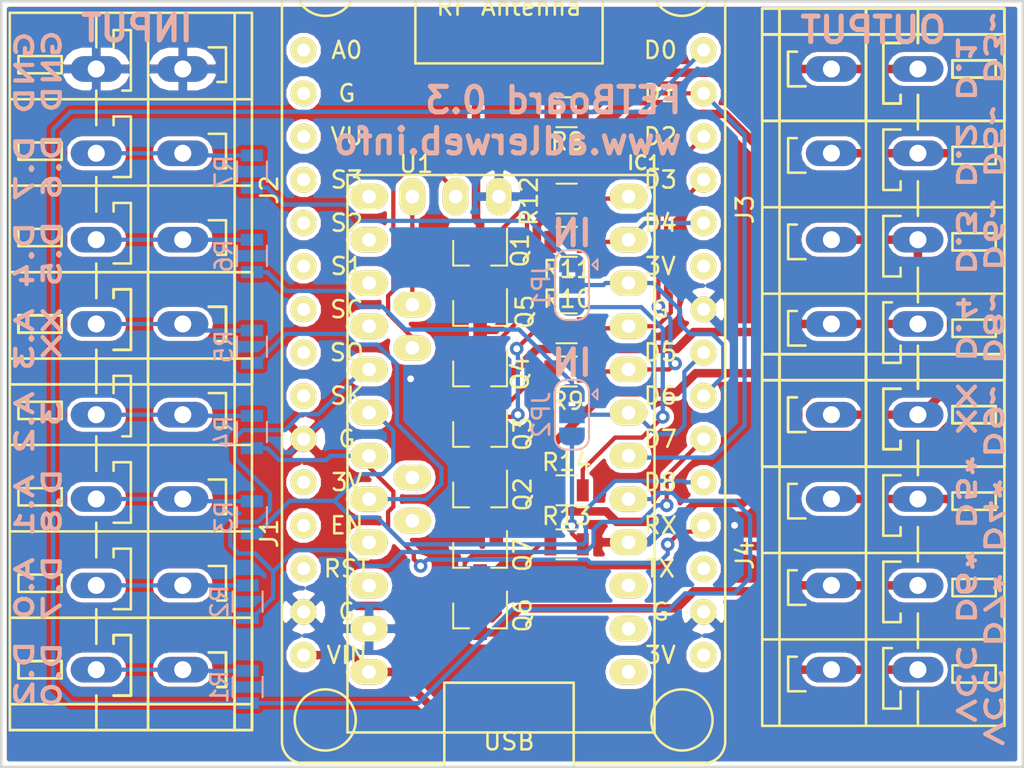
<source format=kicad_pcb>
(kicad_pcb (version 20171130) (host pcbnew 5.0.1)
  (layers (0 F.Cu signal hide) (31 B.Cu signal hide) (34 B.Paste user) (35 F.Paste user) (36 B.SilkS user) (37 F.SilkS user) (38 B.Mask user) (39 F.Mask user) (44 Edge.Cuts user))
  (net 0 "")
  (net 1 "Net-(J1-Pad4)")
  (net 2 "Net-(J1-Pad3)")
  (net 3 "Net-(J1-Pad1)")
  (net 4 "Net-(J1-Pad2)")
  (net 5 "Net-(J2-Pad2)")
  (net 6 "Net-(J2-Pad1)")
  (net 7 "Net-(J2-Pad3)")
  (net 8 GND)
  (net 9 "Net-(J3-Pad4)")
  (net 10 "Net-(J3-Pad3)")
  (net 11 VCC)
  (net 12 "Net-(J3-Pad2)")
  (net 13 "Net-(J4-Pad2)")
  (net 14 "Net-(J4-Pad1)")
  (net 15 "Net-(J4-Pad3)")
  (net 16 /In6)
  (net 17 /Out6)
  (net 18 /IO1)
  (net 19 /IO0)
  (net 20 /Out5)
  (net 21 /In5)
  (net 22 "Net-(Q1-Pad1)")
  (net 23 "Net-(Q2-Pad1)")
  (net 24 "Net-(Q3-Pad1)")
  (net 25 "Net-(Q4-Pad1)")
  (net 26 "Net-(Q5-Pad1)")
  (net 27 "Net-(Q6-Pad1)")
  (net 28 "Net-(Q7-Pad1)")
  (net 29 /In0)
  (net 30 /In1)
  (net 31 /In2)
  (net 32 /In3)
  (net 33 /In4)
  (net 34 /Out0)
  (net 35 /Out1)
  (net 36 /Out2)
  (net 37 /Out3)
  (net 38 /Out4)
  (net 39 "Net-(U1-Pad1)")
  (net 40 "Net-(U1-Pad2)")
  (net 41 "Net-(U1-Pad3)")
  (net 42 "Net-(U1-Pad4)")
  (net 43 "Net-(U1-Pad5)")
  (net 44 "Net-(U1-Pad6)")
  (net 45 "Net-(U1-Pad7)")
  (net 46 "Net-(U1-Pad8)")
  (net 47 "Net-(U1-Pad9)")
  (net 48 "Net-(U1-Pad11)")
  (net 49 "Net-(U1-Pad12)")
  (net 50 "Net-(U1-Pad13)")
  (net 51 "Net-(U1-Pad16)")
  (net 52 "Net-(U1-Pad18)")
  (net 53 "Net-(U1-Pad25)")
  (net 54 "Net-(IC1-Pad28)")
  (net 55 "Net-(IC1-Pad27)")
  (net 56 "Net-(IC1-Pad1)")
  (net 57 "Net-(IC1-Pad2)")
  (net 58 "Net-(IC1-Pad3)")
  (net 59 "Net-(IC1-Pad13)")
  (net 60 "Net-(IC1-Pad14)")
  (net 61 "Net-(IC1-Pad15)")
  (net 62 "Net-(IC1-Pad16)")
  (net 63 "Net-(IC1-Pad21)")
  (net 64 "Net-(IC1-Pad22)")
  (net 65 "Net-(IC1-Pad25)")
  (net 66 "Net-(IC1-Pad26)")
  (net 67 "Net-(J3-Pad1)")
  (module ESP8266:ESP12F-Devkit-V3 (layer F.Cu) (at 92.821998 111.921)
    (fp_text reference U1 (at -5.445998 -12.353) (layer F.SilkS))
    (fp_text value "NodeMCU1.0(ESP-12E)")
    (fp_text user USB (at 0 21.59) (layer F.SilkS))
    (fp_text user "RF Antenna" (at 0 -21.59) (layer F.SilkS))
    (fp_text user VIN (at -9.525 16.51) (layer F.SilkS))
    (fp_text user G (at -9.525 13.97) (layer F.SilkS))
    (fp_text user RST (at -9.525 11.43) (layer F.SilkS))
    (fp_text user EN (at -9.525 8.89) (layer F.SilkS))
    (fp_text user 3V (at -9.525 6.35) (layer F.SilkS))
    (fp_text user G (at -9.525 3.81) (layer F.SilkS))
    (fp_text user SK (at -9.525 1.27) (layer F.SilkS))
    (fp_text user SO (at -9.525 -1.27) (layer F.SilkS))
    (fp_text user SC (at -9.525 -3.81) (layer F.SilkS))
    (fp_text user S1 (at -9.525 -6.35) (layer F.SilkS))
    (fp_text user S2 (at -9.525 -8.89) (layer F.SilkS))
    (fp_text user S3 (at -9.525 -11.43) (layer F.SilkS))
    (fp_text user VU (at -9.525 -13.97) (layer F.SilkS))
    (fp_text user G (at -9.525 -16.51) (layer F.SilkS))
    (fp_text user A0 (at -9.525 -19.05) (layer F.SilkS))
    (fp_text user 3V (at 8.89 16.51) (layer F.SilkS))
    (fp_text user G (at 8.89 13.97) (layer F.SilkS))
    (fp_text user TX (at 8.89 11.43) (layer F.SilkS))
    (fp_text user RX (at 8.89 8.89) (layer F.SilkS))
    (fp_text user D8 (at 8.89 6.35) (layer F.SilkS))
    (fp_text user D7 (at 8.89 3.81) (layer F.SilkS))
    (fp_text user D6 (at 8.89 1.27) (layer F.SilkS))
    (fp_text user D5 (at 8.89 -1.27) (layer F.SilkS))
    (fp_text user G (at 8.89 -3.81) (layer F.SilkS))
    (fp_text user 3V (at 8.89 -6.35) (layer F.SilkS))
    (fp_text user D4 (at 8.89 -8.89) (layer F.SilkS))
    (fp_text user D3 (at 8.89 -11.43) (layer F.SilkS))
    (fp_text user D2 (at 8.89 -13.97) (layer F.SilkS))
    (fp_text user D1 (at 8.89 -16.51) (layer F.SilkS))
    (fp_text user D0 (at 8.89 -19.05) (layer F.SilkS))
    (pad 1 thru_hole circle (at -12.065 -19.05) (size 1.524 1.524) (drill 0.762) (layers *.Cu *.Mask F.SilkS) (net 39 "Net-(U1-Pad1)"))
    (pad 2 thru_hole circle (at -12.065 -16.51) (size 1.524 1.524) (drill 0.762) (layers *.Cu *.Mask F.SilkS) (net 40 "Net-(U1-Pad2)"))
    (pad 3 thru_hole circle (at -12.065 -13.97) (size 1.524 1.524) (drill 0.762) (layers *.Cu *.Mask F.SilkS) (net 41 "Net-(U1-Pad3)"))
    (pad 4 thru_hole circle (at -12.065 -11.43) (size 1.524 1.524) (drill 0.762) (layers *.Cu *.Mask F.SilkS) (net 42 "Net-(U1-Pad4)"))
    (pad 5 thru_hole circle (at -12.065 -8.89) (size 1.524 1.524) (drill 0.762) (layers *.Cu *.Mask F.SilkS) (net 43 "Net-(U1-Pad5)"))
    (pad 6 thru_hole circle (at -12.065 -6.35) (size 1.524 1.524) (drill 0.762) (layers *.Cu *.Mask F.SilkS) (net 44 "Net-(U1-Pad6)"))
    (pad 7 thru_hole circle (at -12.065 -3.81) (size 1.524 1.524) (drill 0.762) (layers *.Cu *.Mask F.SilkS) (net 45 "Net-(U1-Pad7)"))
    (pad 8 thru_hole circle (at -12.065 -1.27) (size 1.524 1.524) (drill 0.762) (layers *.Cu *.Mask F.SilkS) (net 46 "Net-(U1-Pad8)"))
    (pad 9 thru_hole circle (at -12.065 1.27) (size 1.524 1.524) (drill 0.762) (layers *.Cu *.Mask F.SilkS) (net 47 "Net-(U1-Pad9)"))
    (pad 10 thru_hole circle (at -12.065 3.81) (size 1.524 1.524) (drill 0.762) (layers *.Cu *.Mask F.SilkS) (net 8 GND))
    (pad 11 thru_hole circle (at -12.065 6.35) (size 1.524 1.524) (drill 0.762) (layers *.Cu *.Mask F.SilkS) (net 48 "Net-(U1-Pad11)"))
    (pad 12 thru_hole circle (at -12.065 8.89) (size 1.524 1.524) (drill 0.762) (layers *.Cu *.Mask F.SilkS) (net 49 "Net-(U1-Pad12)"))
    (pad 13 thru_hole circle (at -12.065 11.43) (size 1.524 1.524) (drill 0.762) (layers *.Cu *.Mask F.SilkS) (net 50 "Net-(U1-Pad13)"))
    (pad 14 thru_hole circle (at -12.065 13.97) (size 1.524 1.524) (drill 0.762) (layers *.Cu *.Mask F.SilkS) (net 8 GND))
    (pad 15 thru_hole circle (at -12.065 16.51) (size 1.524 1.524) (drill 0.762) (layers *.Cu *.Mask F.SilkS) (net 11 VCC))
    (pad 16 thru_hole circle (at 11.43 16.51) (size 1.524 1.524) (drill 0.762) (layers *.Cu *.Mask F.SilkS) (net 51 "Net-(U1-Pad16)"))
    (pad 17 thru_hole circle (at 11.43 13.97) (size 1.524 1.524) (drill 0.762) (layers *.Cu *.Mask F.SilkS) (net 8 GND))
    (pad 18 thru_hole circle (at 11.43 11.43) (size 1.524 1.524) (drill 0.762) (layers *.Cu *.Mask F.SilkS) (net 52 "Net-(U1-Pad18)"))
    (pad 19 thru_hole circle (at 11.43 8.89) (size 1.524 1.524) (drill 0.762) (layers *.Cu *.Mask F.SilkS) (net 32 /In3))
    (pad 20 thru_hole circle (at 11.43 6.35) (size 1.524 1.524) (drill 0.762) (layers *.Cu *.Mask F.SilkS) (net 31 /In2))
    (pad 21 thru_hole circle (at 11.43 3.81) (size 1.524 1.524) (drill 0.762) (layers *.Cu *.Mask F.SilkS) (net 30 /In1))
    (pad 22 thru_hole circle (at 11.43 1.27) (size 1.524 1.524) (drill 0.762) (layers *.Cu *.Mask F.SilkS) (net 18 /IO1))
    (pad 23 thru_hole circle (at 11.43 -1.27) (size 1.524 1.524) (drill 0.762) (layers *.Cu *.Mask F.SilkS) (net 19 /IO0))
    (pad 24 thru_hole circle (at 11.43 -3.81) (size 1.524 1.524) (drill 0.762) (layers *.Cu *.Mask F.SilkS) (net 8 GND))
    (pad 25 thru_hole circle (at 11.43 -6.35) (size 1.524 1.524) (drill 0.762) (layers *.Cu *.Mask F.SilkS) (net 53 "Net-(U1-Pad25)"))
    (pad 26 thru_hole circle (at 11.43 -8.89) (size 1.524 1.524) (drill 0.762) (layers *.Cu *.Mask F.SilkS) (net 37 /Out3))
    (pad 27 thru_hole circle (at 11.43 -11.43) (size 1.524 1.524) (drill 0.762) (layers *.Cu *.Mask F.SilkS) (net 36 /Out2))
    (pad 28 thru_hole circle (at 11.43 -13.97) (size 1.524 1.524) (drill 0.762) (layers *.Cu *.Mask F.SilkS) (net 35 /Out1))
    (pad 29 thru_hole circle (at 11.43 -16.51) (size 1.524 1.524) (drill 0.762) (layers *.Cu *.Mask F.SilkS) (net 34 /Out0))
    (pad 30 thru_hole circle (at 11.43 -19.05) (size 1.524 1.524) (drill 0.762) (layers *.Cu *.Mask F.SilkS) (net 29 /In0))
  )
  (module TerminalBlocks_WAGO:TerminalBlock_WAGO-236_2Stift_RM5mm_4pol (layer F.Cu) (at 71.12 101.346 90)
    (fp_text reference J2 (at 0.254 7.62 90) (layer F.SilkS))
    (fp_text value IN2)
    (pad 4 thru_hole oval (at 7.366 -2.54 180) (size 2.99974 1.50114) (drill 1.00076) (layers *.Cu *.Mask) (net 8 GND))
    (pad 4 thru_hole oval (at 7.366 2.54 180) (size 2.99974 1.50114) (drill 1.00076) (layers *.Cu *.Mask) (net 8 GND))
    (pad 3 thru_hole oval (at 2.413 -2.54 180) (size 2.99974 1.50114) (drill 1.00076) (layers *.Cu *.Mask) (net 7 "Net-(J2-Pad3)"))
    (pad 3 thru_hole oval (at 2.413 2.54 180) (size 2.99974 1.50114) (drill 1.00076) (layers *.Cu *.Mask) (net 7 "Net-(J2-Pad3)"))
    (pad 2 thru_hole oval (at -2.667 -2.54 180) (size 2.99974 1.50114) (drill 1.00076) (layers *.Cu *.Mask) (net 5 "Net-(J2-Pad2)"))
    (pad 2 thru_hole oval (at -2.667 2.54 180) (size 2.99974 1.50114) (drill 1.00076) (layers *.Cu *.Mask) (net 5 "Net-(J2-Pad2)"))
    (pad 1 thru_hole oval (at -7.62 -2.54 180) (size 2.99974 1.50114) (drill 1.00076) (layers *.Cu *.Mask) (net 6 "Net-(J2-Pad1)"))
    (pad 1 thru_hole oval (at -7.62 2.54 180) (size 2.99974 1.50114) (drill 1.00076) (layers *.Cu *.Mask) (net 6 "Net-(J2-Pad1)"))
  )
  (module TO_SOT_Packages_SMD:SOT-23 (layer F.Cu) (at 91.125 122.539 270)
    (fp_text reference Q7 (at 0 -2.5 270) (layer F.SilkS))
    (fp_text value SI2302)
    (pad 3 smd rect (at 1 0 270) (size 0.9 0.8) (layers F.Cu F.Paste F.Mask) (net 15 "Net-(J4-Pad3)"))
    (pad 2 smd rect (at -1 0.95 270) (size 0.9 0.8) (layers F.Cu F.Paste F.Mask) (net 8 GND))
    (pad 1 smd rect (at -1 -0.95 270) (size 0.9 0.8) (layers F.Cu F.Paste F.Mask) (net 28 "Net-(Q7-Pad1)"))
  )
  (module Arduino:pro_mini (layer F.Cu) (at 92.225 115.45 90)
    (fp_text reference IC1 (at 15.95 8.525 180) (layer F.SilkS) (effects (font (size 0.8 0.8) (thickness 0.16))))
    (fp_text value ArduinoProMini hide)
    (pad 28 thru_hole oval (at 5.08 -5.08 90) (size 1.50114 2.19964) (drill 0.8001) (layers *.Cu *.Mask F.SilkS) (net 54 "Net-(IC1-Pad28)"))
    (pad 27 thru_hole oval (at 7.62 -5.08 90) (size 1.50114 2.19964) (drill 0.8001) (layers *.Cu *.Mask F.SilkS) (net 55 "Net-(IC1-Pad27)"))
    (pad 1 thru_hole oval (at -13.97 7.62 90) (size 1.50114 2.19964) (drill 0.8001) (layers *.Cu *.Mask F.SilkS) (net 56 "Net-(IC1-Pad1)"))
    (pad 2 thru_hole oval (at -11.43 7.62 90) (size 1.50114 2.19964) (drill 0.8001) (layers *.Cu *.Mask F.SilkS) (net 57 "Net-(IC1-Pad2)"))
    (pad 3 thru_hole oval (at -8.89 7.62 90) (size 1.50114 2.19964) (drill 0.8001) (layers *.Cu *.Mask F.SilkS) (net 58 "Net-(IC1-Pad3)"))
    (pad 4 thru_hole oval (at -6.35 7.62 90) (size 1.50114 2.19964) (drill 0.8001) (layers *.Cu *.Mask F.SilkS) (net 8 GND))
    (pad 5 thru_hole oval (at -3.81 7.62 90) (size 1.50114 2.19964) (drill 0.8001) (layers *.Cu *.Mask F.SilkS) (net 29 /In0))
    (pad 6 thru_hole oval (at -1.27 7.62 90) (size 1.50114 2.19964) (drill 0.8001) (layers *.Cu *.Mask F.SilkS) (net 34 /Out0))
    (pad 7 thru_hole oval (at 1.27 7.62 90) (size 1.50114 2.19964) (drill 0.8001) (layers *.Cu *.Mask F.SilkS) (net 19 /IO0))
    (pad 8 thru_hole oval (at 3.81 7.62 90) (size 1.50114 2.19964) (drill 0.8001) (layers *.Cu *.Mask F.SilkS) (net 35 /Out1))
    (pad 9 thru_hole oval (at 6.35 7.62 90) (size 1.50114 2.19964) (drill 0.8001) (layers *.Cu *.Mask F.SilkS) (net 36 /Out2))
    (pad 10 thru_hole oval (at 8.89 7.62 90) (size 1.50114 2.19964) (drill 0.8001) (layers *.Cu *.Mask F.SilkS) (net 18 /IO1))
    (pad 11 thru_hole oval (at 11.43 7.62 90) (size 1.50114 2.19964) (drill 0.8001) (layers *.Cu *.Mask F.SilkS) (net 37 /Out3))
    (pad 12 thru_hole oval (at 13.97 7.62 90) (size 1.50114 2.19964) (drill 0.8001) (layers *.Cu *.Mask F.SilkS) (net 38 /Out4))
    (pad 13 thru_hole oval (at 13.97 -7.62 90) (size 1.50114 2.19964) (drill 0.8001) (layers *.Cu *.Mask F.SilkS) (net 59 "Net-(IC1-Pad13)"))
    (pad 14 thru_hole oval (at 11.43 -7.62 90) (size 1.50114 2.19964) (drill 0.8001) (layers *.Cu *.Mask F.SilkS) (net 60 "Net-(IC1-Pad14)"))
    (pad 15 thru_hole oval (at 8.89 -7.62 90) (size 1.50114 2.19964) (drill 0.8001) (layers *.Cu *.Mask F.SilkS) (net 61 "Net-(IC1-Pad15)"))
    (pad 16 thru_hole oval (at 6.35 -7.62 90) (size 1.50114 2.19964) (drill 0.8001) (layers *.Cu *.Mask F.SilkS) (net 62 "Net-(IC1-Pad16)"))
    (pad 17 thru_hole oval (at 3.81 -7.62 90) (size 1.50114 2.19964) (drill 0.8001) (layers *.Cu *.Mask F.SilkS) (net 30 /In1))
    (pad 18 thru_hole oval (at 1.27 -7.62 90) (size 1.50114 2.19964) (drill 0.8001) (layers *.Cu *.Mask F.SilkS) (net 31 /In2))
    (pad 19 thru_hole oval (at -1.27 -7.62 90) (size 1.50114 2.19964) (drill 0.8001) (layers *.Cu *.Mask F.SilkS) (net 32 /In3))
    (pad 20 thru_hole oval (at -3.81 -7.62 90) (size 1.50114 2.19964) (drill 0.8001) (layers *.Cu *.Mask F.SilkS) (net 33 /In4))
    (pad 21 thru_hole oval (at -6.35 -7.62 90) (size 1.50114 2.19964) (drill 0.8001) (layers *.Cu *.Mask F.SilkS) (net 63 "Net-(IC1-Pad21)"))
    (pad 22 thru_hole oval (at -8.89 -7.62 90) (size 1.50114 2.19964) (drill 0.8001) (layers *.Cu *.Mask F.SilkS) (net 64 "Net-(IC1-Pad22)"))
    (pad 23 thru_hole oval (at -11.43 -7.62 90) (size 1.50114 2.19964) (drill 0.8001) (layers *.Cu *.Mask F.SilkS) (net 8 GND))
    (pad 24 thru_hole oval (at -13.97 -7.62 90) (size 1.50114 2.19964) (drill 0.8001) (layers *.Cu *.Mask F.SilkS) (net 11 VCC))
    (pad 25 thru_hole oval (at -2.54 -5.08 90) (size 1.50114 2.19964) (drill 0.8001) (layers *.Cu *.Mask F.SilkS) (net 65 "Net-(IC1-Pad25)"))
    (pad 26 thru_hole oval (at -5.08 -5.08 90) (size 1.50114 2.19964) (drill 0.8001) (layers *.Cu *.Mask F.SilkS) (net 66 "Net-(IC1-Pad26)"))
    (pad 27 thru_hole oval (at 13.97 -5.08 90) (size 2.19964 1.50114) (drill 0.8001) (layers *.Cu *.Mask F.SilkS) (net 55 "Net-(IC1-Pad27)"))
    (pad 28 thru_hole oval (at 13.97 -2.54 90) (size 2.19964 1.50114) (drill 0.8001) (layers *.Cu *.Mask F.SilkS) (net 54 "Net-(IC1-Pad28)"))
    (pad 29 thru_hole oval (at 13.97 0 90) (size 2.19964 1.50114) (drill 0.8001) (layers *.Cu *.Mask F.SilkS) (net 8 GND))
  )
  (module SMDJumper:SolderJumper-3_P1.3mm_Bridged2Bar12_RoundedPad1.0x1.5mm (layer B.Cu) (at 96.52 106.68 270)
    (fp_text reference JP1 (at 0 1.8 270) (layer B.SilkS) (effects (justify mirror)))
    (fp_text value 3xJ)
    (pad 1 smd custom (at -1.3 0 270) (size 1 0.5) (layers B.Cu B.Mask) (net 16 /In6) (options (clearance outline) (anchor rect)) (primitives (gr_circle (center 0 -0.25) (end 0.5 -0.25) (width 0)) (gr_circle (center 0 0.25) (end 0.5 0.25) (width 0)) (gr_poly (pts (xy 0.55 0.75) (xy 0 0.75) (xy 0 -0.75) (xy 0.55 -0.75)) (width 0)) (gr_poly (pts (xy 0.4 0.6) (xy 0.9 0.6) (xy 0.9 0.2) (xy 0.4 0.2)) (width 0)) (gr_poly (pts (xy 0.4 -0.2) (xy 0.9 -0.2) (xy 0.9 -0.6) (xy 0.4 -0.6)) (width 0))))
    (pad 3 smd custom (at 1.3 0 270) (size 1 0.5) (layers B.Cu B.Mask) (net 17 /Out6) (options (clearance outline) (anchor rect)) (primitives (gr_circle (center 0 -0.25) (end 0.5 -0.25) (width 0)) (gr_circle (center 0 0.25) (end 0.5 0.25) (width 0)) (gr_poly (pts (xy -0.55 0.75) (xy 0 0.75) (xy 0 -0.75) (xy -0.55 -0.75)) (width 0))))
    (pad 2 smd rect (at 0 0 270) (size 1 1.5) (layers B.Cu B.Mask) (net 18 /IO1))
  )
  (module SMDJumper:SolderJumper-3_P1.3mm_Bridged2Bar12_RoundedPad1.0x1.5mm (layer B.Cu) (at 96.52 114.3 270)
    (fp_text reference JP2 (at 0 1.8 270) (layer B.SilkS) (effects (justify mirror)))
    (fp_text value 3xJ)
    (pad 2 smd rect (at 0 0 270) (size 1 1.5) (layers B.Cu B.Mask) (net 19 /IO0))
    (pad 3 smd custom (at 1.3 0 270) (size 1 0.5) (layers B.Cu B.Mask) (net 20 /Out5) (options (clearance outline) (anchor rect)) (primitives (gr_circle (center 0 -0.25) (end 0.5 -0.25) (width 0)) (gr_circle (center 0 0.25) (end 0.5 0.25) (width 0)) (gr_poly (pts (xy -0.55 0.75) (xy 0 0.75) (xy 0 -0.75) (xy -0.55 -0.75)) (width 0))))
    (pad 1 smd custom (at -1.3 0 270) (size 1 0.5) (layers B.Cu B.Mask) (net 21 /In5) (options (clearance outline) (anchor rect)) (primitives (gr_circle (center 0 -0.25) (end 0.5 -0.25) (width 0)) (gr_circle (center 0 0.25) (end 0.5 0.25) (width 0)) (gr_poly (pts (xy 0.55 0.75) (xy 0 0.75) (xy 0 -0.75) (xy 0.55 -0.75)) (width 0)) (gr_poly (pts (xy 0.4 0.6) (xy 0.9 0.6) (xy 0.9 0.2) (xy 0.4 0.2)) (width 0)) (gr_poly (pts (xy 0.4 -0.2) (xy 0.9 -0.2) (xy 0.9 -0.6) (xy 0.4 -0.6)) (width 0))))
  )
  (module TO_SOT_Packages_SMD:SOT-23 (layer F.Cu) (at 91.125 104.775 270)
    (fp_text reference Q1 (at -0.127 -2.347 270) (layer F.SilkS))
    (fp_text value SI2302)
    (pad 3 smd rect (at 1 0 270) (size 0.9 0.8) (layers F.Cu F.Paste F.Mask) (net 67 "Net-(J3-Pad1)"))
    (pad 2 smd rect (at -1 0.95 270) (size 0.9 0.8) (layers F.Cu F.Paste F.Mask) (net 8 GND))
    (pad 1 smd rect (at -1 -0.95 270) (size 0.9 0.8) (layers F.Cu F.Paste F.Mask) (net 22 "Net-(Q1-Pad1)"))
  )
  (module TO_SOT_Packages_SMD:SOT-23 (layer F.Cu) (at 91.125 118.983 270)
    (fp_text reference Q2 (at 0 -2.5 270) (layer F.SilkS))
    (fp_text value SI2302)
    (pad 1 smd rect (at -1 -0.95 270) (size 0.9 0.8) (layers F.Cu F.Paste F.Mask) (net 23 "Net-(Q2-Pad1)"))
    (pad 2 smd rect (at -1 0.95 270) (size 0.9 0.8) (layers F.Cu F.Paste F.Mask) (net 8 GND))
    (pad 3 smd rect (at 1 0 270) (size 0.9 0.8) (layers F.Cu F.Paste F.Mask) (net 12 "Net-(J3-Pad2)"))
  )
  (module TO_SOT_Packages_SMD:SOT-23 (layer F.Cu) (at 91.125 115.427 270)
    (fp_text reference Q3 (at 0 -2.5 270) (layer F.SilkS))
    (fp_text value SI2302)
    (pad 1 smd rect (at -1 -0.95 270) (size 0.9 0.8) (layers F.Cu F.Paste F.Mask) (net 24 "Net-(Q3-Pad1)"))
    (pad 2 smd rect (at -1 0.95 270) (size 0.9 0.8) (layers F.Cu F.Paste F.Mask) (net 8 GND))
    (pad 3 smd rect (at 1 0 270) (size 0.9 0.8) (layers F.Cu F.Paste F.Mask) (net 10 "Net-(J3-Pad3)"))
  )
  (module TO_SOT_Packages_SMD:SOT-23 (layer F.Cu) (at 91.125 111.871 270)
    (fp_text reference Q4 (at 0 -2.347 270) (layer F.SilkS))
    (fp_text value SI2302)
    (pad 3 smd rect (at 1 0 270) (size 0.9 0.8) (layers F.Cu F.Paste F.Mask) (net 9 "Net-(J3-Pad4)"))
    (pad 2 smd rect (at -1 0.95 270) (size 0.9 0.8) (layers F.Cu F.Paste F.Mask) (net 8 GND))
    (pad 1 smd rect (at -1 -0.95 270) (size 0.9 0.8) (layers F.Cu F.Paste F.Mask) (net 25 "Net-(Q4-Pad1)"))
  )
  (module TO_SOT_Packages_SMD:SOT-23 (layer F.Cu) (at 91.125 108.315 270)
    (fp_text reference Q5 (at -0.065 -2.625 270) (layer F.SilkS))
    (fp_text value SI2302)
    (pad 3 smd rect (at 1 0 270) (size 0.9 0.8) (layers F.Cu F.Paste F.Mask) (net 14 "Net-(J4-Pad1)"))
    (pad 2 smd rect (at -1 0.95 270) (size 0.9 0.8) (layers F.Cu F.Paste F.Mask) (net 8 GND))
    (pad 1 smd rect (at -1 -0.95 270) (size 0.9 0.8) (layers F.Cu F.Paste F.Mask) (net 26 "Net-(Q5-Pad1)"))
  )
  (module TO_SOT_Packages_SMD:SOT-23 (layer F.Cu) (at 91.125 126.095 270)
    (fp_text reference Q6 (at 0 -2.5 270) (layer F.SilkS))
    (fp_text value SI2302)
    (pad 1 smd rect (at -1 -0.95 270) (size 0.9 0.8) (layers F.Cu F.Paste F.Mask) (net 27 "Net-(Q6-Pad1)"))
    (pad 2 smd rect (at -1 0.95 270) (size 0.9 0.8) (layers F.Cu F.Paste F.Mask) (net 8 GND))
    (pad 3 smd rect (at 1 0 270) (size 0.9 0.8) (layers F.Cu F.Paste F.Mask) (net 13 "Net-(J4-Pad2)"))
  )
  (module Resistors_SMD:R_0805 (layer B.Cu) (at 77.47 130.302 270)
    (fp_text reference R1 (at 0 1.65 270) (layer B.SilkS) (effects (justify mirror)))
    (fp_text value 2.2kΩ)
    (pad 2 smd rect (at 0.95 0 270) (size 0.7 1.3) (layers B.Cu B.Paste B.Mask) (net 29 /In0))
    (pad 1 smd rect (at -0.95 0 270) (size 0.7 1.3) (layers B.Cu B.Paste B.Mask) (net 3 "Net-(J1-Pad1)"))
  )
  (module Resistors_SMD:R_0805 (layer B.Cu) (at 77.47 125.288 270)
    (fp_text reference R2 (at 0 1.65 270) (layer B.SilkS) (effects (justify mirror)))
    (fp_text value 2.2kΩ)
    (pad 2 smd rect (at 0.95 0 270) (size 0.7 1.3) (layers B.Cu B.Paste B.Mask) (net 30 /In1))
    (pad 1 smd rect (at -0.95 0 270) (size 0.7 1.3) (layers B.Cu B.Paste B.Mask) (net 4 "Net-(J1-Pad2)"))
  )
  (module Resistors_SMD:R_0805 (layer B.Cu) (at 77.724 120.33 270)
    (fp_text reference R3 (at 0 1.65 270) (layer B.SilkS) (effects (justify mirror)))
    (fp_text value 2.2kΩ)
    (pad 1 smd rect (at -0.95 0 270) (size 0.7 1.3) (layers B.Cu B.Paste B.Mask) (net 2 "Net-(J1-Pad3)"))
    (pad 2 smd rect (at 0.95 0 270) (size 0.7 1.3) (layers B.Cu B.Paste B.Mask) (net 31 /In2))
  )
  (module Resistors_SMD:R_0805 (layer B.Cu) (at 77.724 115.316 270)
    (fp_text reference R4 (at 0 1.65 270) (layer B.SilkS) (effects (justify mirror)))
    (fp_text value 2.2kΩ)
    (pad 2 smd rect (at 0.95 0 270) (size 0.7 1.3) (layers B.Cu B.Paste B.Mask) (net 32 /In3))
    (pad 1 smd rect (at -0.95 0 270) (size 0.7 1.3) (layers B.Cu B.Paste B.Mask) (net 1 "Net-(J1-Pad4)"))
  )
  (module Resistors_SMD:R_0805 (layer B.Cu) (at 77.724 110.302 270)
    (fp_text reference R5 (at 0 1.65 270) (layer B.SilkS) (effects (justify mirror)))
    (fp_text value 2.2kΩ)
    (pad 2 smd rect (at 0.95 0 270) (size 0.7 1.3) (layers B.Cu B.Paste B.Mask) (net 33 /In4))
    (pad 1 smd rect (at -0.95 0 270) (size 0.7 1.3) (layers B.Cu B.Paste B.Mask) (net 6 "Net-(J2-Pad1)"))
  )
  (module Resistors_SMD:R_0805 (layer B.Cu) (at 77.724 104.968 270)
    (fp_text reference R6 (at 0 1.65 270) (layer B.SilkS) (effects (justify mirror)))
    (fp_text value 2.2kΩ)
    (pad 2 smd rect (at 0.95 0 270) (size 0.7 1.3) (layers B.Cu B.Paste B.Mask) (net 21 /In5))
    (pad 1 smd rect (at -0.95 0 270) (size 0.7 1.3) (layers B.Cu B.Paste B.Mask) (net 5 "Net-(J2-Pad2)"))
  )
  (module Resistors_SMD:R_0805 (layer B.Cu) (at 77.724 100.01 270)
    (fp_text reference R7 (at 0 1.65 270) (layer B.SilkS) (effects (justify mirror)))
    (fp_text value 2.2kΩ)
    (pad 1 smd rect (at -0.95 0 270) (size 0.7 1.3) (layers B.Cu B.Paste B.Mask) (net 7 "Net-(J2-Pad3)"))
    (pad 2 smd rect (at 0.95 0 270) (size 0.7 1.3) (layers B.Cu B.Paste B.Mask) (net 16 /In6))
  )
  (module Resistors_SMD:R_0805 (layer F.Cu) (at 96.205 96.52)
    (fp_text reference R8 (at 0.045 1.73) (layer F.SilkS))
    (fp_text value 2.2kΩ)
    (pad 1 smd rect (at -0.95 0) (size 0.7 1.3) (layers F.Cu F.Paste F.Mask) (net 22 "Net-(Q1-Pad1)"))
    (pad 2 smd rect (at 0.95 0) (size 0.7 1.3) (layers F.Cu F.Paste F.Mask) (net 34 /Out0))
  )
  (module Resistors_SMD:R_0805 (layer F.Cu) (at 96.205 111.76)
    (fp_text reference R9 (at 0.045 1.74) (layer F.SilkS))
    (fp_text value 2.2kΩ)
    (pad 2 smd rect (at 0.95 0) (size 0.7 1.3) (layers F.Cu F.Paste F.Mask) (net 35 /Out1))
    (pad 1 smd rect (at -0.95 0) (size 0.7 1.3) (layers F.Cu F.Paste F.Mask) (net 23 "Net-(Q2-Pad1)"))
  )
  (module Resistors_SMD:R_0805 (layer F.Cu) (at 96.205 109.22)
    (fp_text reference R10 (at 0.045 -1.72 180) (layer F.SilkS))
    (fp_text value 2.2kΩ)
    (pad 2 smd rect (at 0.95 0) (size 0.7 1.3) (layers F.Cu F.Paste F.Mask) (net 36 /Out2))
    (pad 1 smd rect (at -0.95 0) (size 0.7 1.3) (layers F.Cu F.Paste F.Mask) (net 24 "Net-(Q3-Pad1)"))
  )
  (module Resistors_SMD:R_0805 (layer F.Cu) (at 96.205 104.14)
    (fp_text reference R11 (at 0.045 1.61 180) (layer F.SilkS))
    (fp_text value 2.2kΩ)
    (pad 2 smd rect (at 0.95 0) (size 0.7 1.3) (layers F.Cu F.Paste F.Mask) (net 37 /Out3))
    (pad 1 smd rect (at -0.95 0) (size 0.7 1.3) (layers F.Cu F.Paste F.Mask) (net 25 "Net-(Q4-Pad1)"))
  )
  (module Resistors_SMD:R_0805 (layer F.Cu) (at 96.205 101.6)
    (fp_text reference R12 (at -2.205 0.15 90) (layer F.SilkS))
    (fp_text value 2.2kΩ)
    (pad 2 smd rect (at 0.95 0) (size 0.7 1.3) (layers F.Cu F.Paste F.Mask) (net 38 /Out4))
    (pad 1 smd rect (at -0.95 0) (size 0.7 1.3) (layers F.Cu F.Paste F.Mask) (net 26 "Net-(Q5-Pad1)"))
  )
  (module Resistors_SMD:R_0805 (layer F.Cu) (at 96.205 121.92)
    (fp_text reference R13 (at 0 -1.65) (layer F.SilkS))
    (fp_text value 2.2kΩ)
    (pad 1 smd rect (at -0.95 0) (size 0.7 1.3) (layers F.Cu F.Paste F.Mask) (net 27 "Net-(Q6-Pad1)"))
    (pad 2 smd rect (at 0.95 0) (size 0.7 1.3) (layers F.Cu F.Paste F.Mask) (net 20 /Out5))
  )
  (module Resistors_SMD:R_0805 (layer F.Cu) (at 96.205 118.745)
    (fp_text reference R14 (at 0 -1.65) (layer F.SilkS))
    (fp_text value 2.2kΩ)
    (pad 2 smd rect (at 0.95 0) (size 0.7 1.3) (layers F.Cu F.Paste F.Mask) (net 17 /Out6))
    (pad 1 smd rect (at -0.95 0) (size 0.7 1.3) (layers F.Cu F.Paste F.Mask) (net 28 "Net-(Q7-Pad1)"))
  )
  (module TerminalBlocks_WAGO:TerminalBlock_WAGO-236_2Stift_RM5mm_4pol (layer F.Cu) (at 71.12 121.666 90)
    (fp_text reference J1 (at 0.381 7.62 90) (layer F.SilkS))
    (fp_text value IN1)
    (pad 1 thru_hole oval (at -7.62 2.54 180) (size 2.99974 1.50114) (drill 1.00076) (layers *.Cu *.Mask) (net 3 "Net-(J1-Pad1)"))
    (pad 1 thru_hole oval (at -7.62 -2.54 180) (size 2.99974 1.50114) (drill 1.00076) (layers *.Cu *.Mask) (net 3 "Net-(J1-Pad1)"))
    (pad 2 thru_hole oval (at -2.667 2.54 180) (size 2.99974 1.50114) (drill 1.00076) (layers *.Cu *.Mask) (net 4 "Net-(J1-Pad2)"))
    (pad 2 thru_hole oval (at -2.667 -2.54 180) (size 2.99974 1.50114) (drill 1.00076) (layers *.Cu *.Mask) (net 4 "Net-(J1-Pad2)"))
    (pad 3 thru_hole oval (at 2.413 2.54 180) (size 2.99974 1.50114) (drill 1.00076) (layers *.Cu *.Mask) (net 2 "Net-(J1-Pad3)"))
    (pad 3 thru_hole oval (at 2.413 -2.54 180) (size 2.99974 1.50114) (drill 1.00076) (layers *.Cu *.Mask) (net 2 "Net-(J1-Pad3)"))
    (pad 4 thru_hole oval (at 7.366 2.54 180) (size 2.99974 1.50114) (drill 1.00076) (layers *.Cu *.Mask) (net 1 "Net-(J1-Pad4)"))
    (pad 4 thru_hole oval (at 7.366 -2.54 180) (size 2.99974 1.50114) (drill 1.00076) (layers *.Cu *.Mask) (net 1 "Net-(J1-Pad4)"))
  )
  (module TerminalBlocks_WAGO:TerminalBlock_WAGO-236_2Stift_RM5mm_4pol (layer F.Cu) (at 114.3 101.6 270)
    (fp_text reference J3 (at 0.635 7.62 270) (layer F.SilkS))
    (fp_text value OUT1)
    (pad 1 thru_hole oval (at -7.62 2.54) (size 2.99974 1.50114) (drill 1.00076) (layers *.Cu *.Mask) (net 67 "Net-(J3-Pad1)"))
    (pad 1 thru_hole oval (at -7.62 -2.54) (size 2.99974 1.50114) (drill 1.00076) (layers *.Cu *.Mask) (net 67 "Net-(J3-Pad1)"))
    (pad 2 thru_hole oval (at -2.667 2.54) (size 2.99974 1.50114) (drill 1.00076) (layers *.Cu *.Mask) (net 12 "Net-(J3-Pad2)"))
    (pad 2 thru_hole oval (at -2.667 -2.54) (size 2.99974 1.50114) (drill 1.00076) (layers *.Cu *.Mask) (net 12 "Net-(J3-Pad2)"))
    (pad 3 thru_hole oval (at 2.413 2.54) (size 2.99974 1.50114) (drill 1.00076) (layers *.Cu *.Mask) (net 10 "Net-(J3-Pad3)"))
    (pad 3 thru_hole oval (at 2.413 -2.54) (size 2.99974 1.50114) (drill 1.00076) (layers *.Cu *.Mask) (net 10 "Net-(J3-Pad3)"))
    (pad 4 thru_hole oval (at 7.366 2.54) (size 2.99974 1.50114) (drill 1.00076) (layers *.Cu *.Mask) (net 9 "Net-(J3-Pad4)"))
    (pad 4 thru_hole oval (at 7.366 -2.54) (size 2.99974 1.50114) (drill 1.00076) (layers *.Cu *.Mask) (net 9 "Net-(J3-Pad4)"))
  )
  (module TerminalBlocks_WAGO:TerminalBlock_WAGO-236_2Stift_RM5mm_4pol (layer F.Cu) (at 114.3 121.92 270)
    (fp_text reference J4 (at 0.635 7.62 270) (layer F.SilkS))
    (fp_text value OUT2)
    (pad 4 thru_hole oval (at 7.366 -2.54) (size 2.99974 1.50114) (drill 1.00076) (layers *.Cu *.Mask) (net 11 VCC))
    (pad 4 thru_hole oval (at 7.366 2.54) (size 2.99974 1.50114) (drill 1.00076) (layers *.Cu *.Mask) (net 11 VCC))
    (pad 3 thru_hole oval (at 2.413 -2.54) (size 2.99974 1.50114) (drill 1.00076) (layers *.Cu *.Mask) (net 15 "Net-(J4-Pad3)"))
    (pad 3 thru_hole oval (at 2.413 2.54) (size 2.99974 1.50114) (drill 1.00076) (layers *.Cu *.Mask) (net 15 "Net-(J4-Pad3)"))
    (pad 2 thru_hole oval (at -2.667 -2.54) (size 2.99974 1.50114) (drill 1.00076) (layers *.Cu *.Mask) (net 13 "Net-(J4-Pad2)"))
    (pad 2 thru_hole oval (at -2.667 2.54) (size 2.99974 1.50114) (drill 1.00076) (layers *.Cu *.Mask) (net 13 "Net-(J4-Pad2)"))
    (pad 1 thru_hole oval (at -7.62 -2.54) (size 2.99974 1.50114) (drill 1.00076) (layers *.Cu *.Mask) (net 14 "Net-(J4-Pad1)"))
    (pad 1 thru_hole oval (at -7.62 2.54) (size 2.99974 1.50114) (drill 1.00076) (layers *.Cu *.Mask) (net 14 "Net-(J4-Pad1)"))
  )
  (gr_text OUTPUT (at 114.2238 91.694) (layer B.SilkS) (effects (font (size 1.5 1.5) (thickness 0.3)) (justify mirror)))
  (gr_text INPUT (at 70.9676 91.5924) (layer B.SilkS) (effects (font (size 1.5 1.5) (thickness 0.3)) (justify mirror)))
  (gr_text "VCC D7* D4* D9~~ D8~~ D6~~ D5~~ D3~~\nVCC D6* D5* XX D.4 D.3 D.2 D.1" (at 120.4468 112.1918 270) (layer B.SilkS) (effects (font (size 1 1.6) (thickness 0.25)) (justify mirror)))
  (gr_text "GND D.7 D.4 A.3 A.2 A.1 A.0 D.2\nGND D.6 D.5 XX  3  D.8 D.7 D.0" (at 65.1764 111.6076 90) (layer B.SilkS) (effects (font (size 1 1.6) (thickness 0.25)) (justify mirror)))
  (gr_text IN (at 96.52 111.252) (layer B.SilkS) (effects (font (size 1.5 1.5) (thickness 0.3)) (justify mirror)))
  (gr_text IN (at 96.52 103.632) (layer B.SilkS) (effects (font (size 1.5 1.5) (thickness 0.3)) (justify mirror)))
  (gr_text "FETBoard 0.3\nwww.adlerweb.info" (at 103.124 97.028) (layer B.SilkS) (effects (font (size 1.5 1.5) (thickness 0.3)) (justify left mirror)))
  (gr_line (start 63 135) (end 63 90) (layer Edge.Cuts) (width 0.15))
  (gr_line (start 64 135) (end 63 135) (layer Edge.Cuts) (width 0.15))
  (gr_line (start 123 135) (end 64 135) (layer Edge.Cuts) (width 0.15))
  (gr_line (start 123 90) (end 123 135) (layer Edge.Cuts) (width 0.15))
  (gr_line (start 63 90) (end 123 90) (layer Edge.Cuts) (width 0.15))
  (segment (start 73.726 114.366) (end 73.66 114.3) (width 0.25) (layer B.Cu) (net 1))
  (segment (start 77.724 114.366) (end 73.726 114.366) (width 0.25) (layer B.Cu) (net 1))
  (segment (start 71.91013 114.3) (end 68.58 114.3) (width 0.25) (layer B.Cu) (net 1))
  (segment (start 73.66 114.3) (end 71.91013 114.3) (width 0.25) (layer B.Cu) (net 1))
  (segment (start 73.787 119.38) (end 73.66 119.253) (width 0.25) (layer B.Cu) (net 2))
  (segment (start 77.724 119.38) (end 73.787 119.38) (width 0.25) (layer B.Cu) (net 2))
  (segment (start 71.91013 119.253) (end 68.58 119.253) (width 0.25) (layer B.Cu) (net 2))
  (segment (start 73.66 119.253) (end 71.91013 119.253) (width 0.25) (layer B.Cu) (net 2))
  (segment (start 73.726 129.352) (end 73.66 129.286) (width 0.25) (layer B.Cu) (net 3))
  (segment (start 77.47 129.352) (end 73.726 129.352) (width 0.25) (layer B.Cu) (net 3))
  (segment (start 73.66 129.286) (end 68.58 129.286) (width 0.25) (layer B.Cu) (net 3))
  (segment (start 73.665 124.338) (end 73.66 124.333) (width 0.25) (layer B.Cu) (net 4))
  (segment (start 77.47 124.338) (end 73.665 124.338) (width 0.25) (layer B.Cu) (net 4))
  (segment (start 73.66 124.333) (end 68.58 124.333) (width 0.25) (layer B.Cu) (net 4))
  (segment (start 73.665 104.018) (end 73.66 104.013) (width 0.25) (layer B.Cu) (net 5))
  (segment (start 77.724 104.018) (end 73.665 104.018) (width 0.25) (layer B.Cu) (net 5))
  (segment (start 71.91013 104.013) (end 68.58 104.013) (width 0.25) (layer B.Cu) (net 5))
  (segment (start 73.66 104.013) (end 71.91013 104.013) (width 0.25) (layer B.Cu) (net 5))
  (segment (start 68.58 108.966) (end 73.66 108.966) (width 0.25) (layer B.Cu) (net 6))
  (segment (start 74.046 109.352) (end 73.66 108.966) (width 0.25) (layer B.Cu) (net 6))
  (segment (start 77.724 109.352) (end 74.046 109.352) (width 0.25) (layer B.Cu) (net 6))
  (segment (start 70.32987 98.933) (end 73.66 98.933) (width 0.25) (layer B.Cu) (net 7))
  (segment (start 68.58 98.933) (end 70.32987 98.933) (width 0.25) (layer B.Cu) (net 7))
  (segment (start 73.787 99.06) (end 73.66 98.933) (width 0.25) (layer B.Cu) (net 7))
  (segment (start 77.724 99.06) (end 73.787 99.06) (width 0.25) (layer B.Cu) (net 7))
  (segment (start 90.175 103.775) (end 90.175 114.427) (width 0.5) (layer F.Cu) (net 8))
  (segment (start 90.175 114.477) (end 89.027 115.625) (width 0.5) (layer F.Cu) (net 8))
  (segment (start 90.175 114.427) (end 90.175 114.477) (width 0.5) (layer F.Cu) (net 8))
  (segment (start 89.027 115.625) (end 89.027 125.095) (width 0.5) (layer F.Cu) (net 8))
  (segment (start 73.66 93.98) (end 68.58 93.98) (width 0.5) (layer F.Cu) (net 8))
  (segment (start 66.63012 119.750296) (end 72.770824 125.891) (width 0.5) (layer F.Cu) (net 8))
  (segment (start 66.63012 97.18045) (end 66.63012 119.750296) (width 0.5) (layer F.Cu) (net 8))
  (segment (start 68.58 95.23057) (end 66.63012 97.18045) (width 0.5) (layer F.Cu) (net 8))
  (segment (start 68.58 93.98) (end 68.58 95.23057) (width 0.5) (layer F.Cu) (net 8))
  (segment (start 88.58142 125.54058) (end 89.027 125.095) (width 0.5) (layer F.Cu) (net 8))
  (segment (start 83.897294 125.54058) (end 88.58142 125.54058) (width 0.5) (layer F.Cu) (net 8))
  (segment (start 105.013997 107.349001) (end 105.013997 107.279203) (width 0.25) (layer F.Cu) (net 8))
  (segment (start 104.251998 108.111) (end 105.013997 107.349001) (width 0.25) (layer F.Cu) (net 8))
  (segment (start 119.36489 110.786297) (end 117.713176 112.438011) (width 0.25) (layer F.Cu) (net 8))
  (segment (start 119.36489 106.975274) (end 119.36489 110.786297) (width 0.25) (layer F.Cu) (net 8))
  (segment (start 105.013997 107.279203) (end 108.4326 103.8606) (width 0.25) (layer F.Cu) (net 8))
  (segment (start 117.574186 102.30001) (end 118.0846 102.30001) (width 0.5) (layer F.Cu) (net 8))
  (segment (start 110.238 102.30001) (end 117.574186 102.30001) (width 0.5) (layer F.Cu) (net 8))
  (segment (start 109.99821 102.5398) (end 110.238 102.30001) (width 0.5) (layer F.Cu) (net 8))
  (segment (start 109.7534 102.5398) (end 109.99821 102.5398) (width 0.5) (layer F.Cu) (net 8))
  (segment (start 108.4326 103.8606) (end 109.7534 102.5398) (width 0.5) (layer F.Cu) (net 8))
  (segment (start 118.0846 102.30001) (end 118.0846 102.6922) (width 0.5) (layer F.Cu) (net 8))
  (segment (start 118.0846 102.6922) (end 119.48989 104.09749) (width 0.5) (layer F.Cu) (net 8))
  (segment (start 119.48989 110.838074) (end 117.764953 112.563011) (width 0.5) (layer F.Cu) (net 8))
  (segment (start 119.48989 104.09749) (end 119.48989 110.838074) (width 0.5) (layer F.Cu) (net 8))
  (segment (start 117.764953 112.563011) (end 112.776 112.563011) (width 0.5) (layer F.Cu) (net 8))
  (segment (start 109.81012 113.802704) (end 109.81012 115.04252) (width 0.5) (layer F.Cu) (net 8))
  (segment (start 112.776 112.563011) (end 111.049813 112.563011) (width 0.5) (layer F.Cu) (net 8))
  (segment (start 111.049813 112.563011) (end 109.81012 113.802704) (width 0.5) (layer F.Cu) (net 8))
  (segment (start 118.086596 115.50058) (end 120.88991 112.697266) (width 0.5) (layer F.Cu) (net 8))
  (segment (start 109.81012 115.04252) (end 110.26818 115.50058) (width 0.5) (layer F.Cu) (net 8))
  (segment (start 110.26818 115.50058) (end 118.086596 115.50058) (width 0.5) (layer F.Cu) (net 8))
  (segment (start 120.88991 102.754947) (end 119.023763 100.8888) (width 0.5) (layer F.Cu) (net 8))
  (segment (start 120.88991 112.697266) (end 120.88991 102.754947) (width 0.5) (layer F.Cu) (net 8))
  (segment (start 119.023763 100.8888) (end 116.5606 100.8888) (width 0.5) (layer F.Cu) (net 8))
  (segment (start 92.225 101.48) (end 93.506814 101.48) (width 0.5) (layer F.Cu) (net 8))
  (segment (start 85.95482 126.88) (end 85.96182 126.873) (width 0.25) (layer B.Cu) (net 8))
  (segment (start 84.605 126.88) (end 85.95482 126.88) (width 0.25) (layer B.Cu) (net 8))
  (segment (start 85.96182 126.873) (end 89.5096 126.873) (width 0.25) (layer B.Cu) (net 8))
  (via (at 106.0704 120.8024) (size 0.8) (drill 0.4) (layers F.Cu B.Cu) (net 8))
  (segment (start 103.730237 121.898001) (end 104.974799 121.898001) (width 0.25) (layer B.Cu) (net 8))
  (segment (start 102.631666 120.79943) (end 103.730237 121.898001) (width 0.25) (layer B.Cu) (net 8))
  (segment (start 104.974799 121.898001) (end 106.0704 120.8024) (width 0.25) (layer B.Cu) (net 8))
  (segment (start 101.006998 121.8) (end 102.007568 120.79943) (width 0.5) (layer B.Cu) (net 8))
  (segment (start 102.007568 120.79943) (end 102.631666 120.79943) (width 0.5) (layer B.Cu) (net 8))
  (segment (start 99.845 121.8) (end 101.006998 121.8) (width 0.5) (layer B.Cu) (net 8))
  (via (at 87.0458 112.1918) (size 0.8) (drill 0.4) (layers F.Cu B.Cu) (net 8))
  (segment (start 81.518997 114.969001) (end 81.525399 114.969001) (width 0.25) (layer B.Cu) (net 8))
  (segment (start 80.756998 115.731) (end 81.518997 114.969001) (width 0.25) (layer B.Cu) (net 8))
  (segment (start 81.525399 114.969001) (end 81.7626 114.7318) (width 0.25) (layer B.Cu) (net 8))
  (segment (start 81.7626 114.7318) (end 82.2452 114.7318) (width 0.25) (layer B.Cu) (net 8))
  (segment (start 80.756998 115.731) (end 79.994999 116.492999) (width 0.25) (layer B.Cu) (net 8))
  (segment (start 79.994999 116.51699) (end 79.994999 116.492999) (width 0.25) (layer B.Cu) (net 8))
  (segment (start 79.994999 116.51699) (end 79.5114 116.51699) (width 0.25) (layer B.Cu) (net 8))
  (segment (start 79.5114 116.51699) (end 79.426905 116.432495) (width 0.25) (layer B.Cu) (net 8))
  (segment (start 114.84013 108.966) (end 111.76 108.966) (width 0.5) (layer F.Cu) (net 9))
  (segment (start 116.84 108.966) (end 114.84013 108.966) (width 0.5) (layer F.Cu) (net 9))
  (segment (start 109.76013 108.966) (end 111.76 108.966) (width 0.5) (layer F.Cu) (net 9))
  (segment (start 109.287131 109.438999) (end 109.76013 108.966) (width 0.5) (layer F.Cu) (net 9))
  (segment (start 103.670237 109.438999) (end 109.287131 109.438999) (width 0.5) (layer F.Cu) (net 9))
  (segment (start 102.669816 110.43942) (end 103.670237 109.438999) (width 0.5) (layer F.Cu) (net 9))
  (segment (start 94.45658 110.43942) (end 102.669816 110.43942) (width 0.5) (layer F.Cu) (net 9))
  (segment (start 92.025 112.871) (end 94.45658 110.43942) (width 0.5) (layer F.Cu) (net 9))
  (segment (start 91.125 112.871) (end 92.025 112.871) (width 0.5) (layer F.Cu) (net 9))
  (segment (start 111.76 104.013) (end 113.75987 104.013) (width 0.5) (layer F.Cu) (net 10))
  (segment (start 113.75987 104.013) (end 116.84 104.013) (width 0.5) (layer F.Cu) (net 10))
  (segment (start 102.669816 112.97942) (end 103.786235 111.863001) (width 0.5) (layer F.Cu) (net 10))
  (segment (start 118.78988 107.21345) (end 118.78988 110.548121) (width 0.5) (layer F.Cu) (net 10))
  (segment (start 118.78988 110.548121) (end 117.475 111.863001) (width 0.5) (layer F.Cu) (net 10))
  (segment (start 103.786235 111.863001) (end 117.475 111.863001) (width 0.5) (layer F.Cu) (net 10))
  (segment (start 116.84 105.26357) (end 118.78988 107.21345) (width 0.5) (layer F.Cu) (net 10))
  (segment (start 116.84 104.013) (end 116.84 105.26357) (width 0.5) (layer F.Cu) (net 10))
  (segment (start 98.425 112.97942) (end 98.425 113.03) (width 0.5) (layer F.Cu) (net 10))
  (segment (start 98.425 112.97942) (end 102.669816 112.97942) (width 0.5) (layer F.Cu) (net 10))
  (segment (start 95.028 116.427) (end 91.44 116.427) (width 0.5) (layer F.Cu) (net 10))
  (segment (start 98.425 113.03) (end 95.028 116.427) (width 0.5) (layer F.Cu) (net 10))
  (segment (start 91.125 116.427) (end 91.44 116.427) (width 0.5) (layer F.Cu) (net 10))
  (segment (start 116.84 129.286) (end 111.76 129.286) (width 0.5) (layer F.Cu) (net 11))
  (segment (start 83.616 128.431) (end 84.605 129.42) (width 0.5) (layer F.Cu) (net 11))
  (segment (start 80.756998 128.431) (end 83.616 128.431) (width 0.5) (layer F.Cu) (net 11))
  (segment (start 109.76013 129.286) (end 107.22013 131.826) (width 0.5) (layer F.Cu) (net 11))
  (segment (start 111.76 129.286) (end 109.76013 129.286) (width 0.5) (layer F.Cu) (net 11))
  (segment (start 86.20482 129.42) (end 84.605 129.42) (width 0.5) (layer F.Cu) (net 11))
  (segment (start 88.61082 131.826) (end 86.20482 129.42) (width 0.5) (layer F.Cu) (net 11))
  (segment (start 107.22013 131.826) (end 88.61082 131.826) (width 0.5) (layer F.Cu) (net 11))
  (segment (start 114.84013 98.933) (end 111.76 98.933) (width 0.5) (layer F.Cu) (net 12))
  (segment (start 116.84 98.933) (end 114.84013 98.933) (width 0.5) (layer F.Cu) (net 12))
  (segment (start 99.137294 120.59942) (end 98.520874 119.983) (width 0.5) (layer F.Cu) (net 12))
  (segment (start 98.520874 119.983) (end 91.125 119.983) (width 0.5) (layer F.Cu) (net 12))
  (segment (start 102.669816 120.59942) (end 99.137294 120.59942) (width 0.5) (layer F.Cu) (net 12))
  (segment (start 106.576999 119.483001) (end 103.786235 119.483001) (width 0.5) (layer F.Cu) (net 12))
  (segment (start 103.786235 119.483001) (end 102.669816 120.59942) (width 0.5) (layer F.Cu) (net 12))
  (segment (start 116.84 98.933) (end 118.83987 98.933) (width 0.5) (layer F.Cu) (net 12))
  (segment (start 121.58992 112.987219) (end 117.737139 116.84) (width 0.5) (layer F.Cu) (net 12))
  (segment (start 121.58992 101.68305) (end 121.58992 112.987219) (width 0.5) (layer F.Cu) (net 12))
  (segment (start 118.83987 98.933) (end 121.58992 101.68305) (width 0.5) (layer F.Cu) (net 12))
  (segment (start 109.22 116.84) (end 106.576999 119.483001) (width 0.5) (layer F.Cu) (net 12))
  (segment (start 117.737139 116.84) (end 109.22 116.84) (width 0.5) (layer F.Cu) (net 12))
  (segment (start 114.84013 119.253) (end 111.76 119.253) (width 0.5) (layer F.Cu) (net 13))
  (segment (start 116.84 119.253) (end 114.84013 119.253) (width 0.5) (layer F.Cu) (net 13))
  (segment (start 118.618 119.253) (end 116.84 119.253) (width 0.5) (layer F.Cu) (net 13))
  (segment (start 120.015 125.095) (end 120.015 120.65) (width 0.5) (layer F.Cu) (net 13))
  (segment (start 118.745 126.365) (end 120.015 125.095) (width 0.5) (layer F.Cu) (net 13))
  (segment (start 91.125 127.095) (end 92.025 127.095) (width 0.5) (layer F.Cu) (net 13))
  (segment (start 103.670237 124.678999) (end 107.533999 124.678999) (width 0.5) (layer F.Cu) (net 13))
  (segment (start 93.44058 125.67942) (end 102.669816 125.67942) (width 0.5) (layer F.Cu) (net 13))
  (segment (start 102.669816 125.67942) (end 103.670237 124.678999) (width 0.5) (layer F.Cu) (net 13))
  (segment (start 120.015 120.65) (end 118.618 119.253) (width 0.5) (layer F.Cu) (net 13))
  (segment (start 109.22 126.365) (end 118.745 126.365) (width 0.5) (layer F.Cu) (net 13))
  (segment (start 92.025 127.095) (end 93.44058 125.67942) (width 0.5) (layer F.Cu) (net 13))
  (segment (start 107.533999 124.678999) (end 109.22 126.365) (width 0.5) (layer F.Cu) (net 13))
  (segment (start 113.75987 114.3) (end 116.84 114.3) (width 0.5) (layer F.Cu) (net 14))
  (segment (start 111.76 114.3) (end 113.75987 114.3) (width 0.5) (layer F.Cu) (net 14))
  (segment (start 117.5893 114.3) (end 116.84 114.3) (width 0.5) (layer F.Cu) (net 14))
  (segment (start 120.1899 111.128027) (end 118.821326 112.4966) (width 0.5) (layer F.Cu) (net 14))
  (segment (start 92.025 109.315) (end 91.125 109.315) (width 0.5) (layer F.Cu) (net 14))
  (segment (start 94.454999 106.885001) (end 92.025 109.315) (width 0.5) (layer F.Cu) (net 14))
  (segment (start 94.884997 102.700001) (end 94.454999 103.129999) (width 0.5) (layer F.Cu) (net 14))
  (segment (start 95.965001 102.700001) (end 94.884997 102.700001) (width 0.5) (layer F.Cu) (net 14))
  (segment (start 96.354999 102.310003) (end 95.965001 102.700001) (width 0.5) (layer F.Cu) (net 14))
  (segment (start 96.354999 100.495001) (end 96.354999 102.310003) (width 0.5) (layer F.Cu) (net 14))
  (segment (start 100.226999 96.623001) (end 96.354999 100.495001) (width 0.5) (layer F.Cu) (net 14))
  (segment (start 94.454999 103.129999) (end 94.454999 106.885001) (width 0.5) (layer F.Cu) (net 14))
  (segment (start 105.513001 96.623001) (end 100.226999 96.623001) (width 0.5) (layer F.Cu) (net 14))
  (segment (start 116.84 114.3) (end 117.017927 114.3) (width 0.5) (layer F.Cu) (net 14))
  (segment (start 117.017927 114.3) (end 120.1899 111.128027) (width 0.5) (layer F.Cu) (net 14))
  (segment (start 120.1899 103.0449) (end 118.745 101.6) (width 0.5) (layer F.Cu) (net 14))
  (segment (start 120.1899 111.128027) (end 120.1899 103.0449) (width 0.5) (layer F.Cu) (net 14))
  (segment (start 110.49 101.6) (end 105.513001 96.623001) (width 0.5) (layer F.Cu) (net 14))
  (segment (start 118.745 101.6) (end 110.49 101.6) (width 0.5) (layer F.Cu) (net 14))
  (segment (start 114.84013 124.333) (end 111.76 124.333) (width 0.5) (layer F.Cu) (net 15))
  (segment (start 116.84 124.333) (end 114.84013 124.333) (width 0.5) (layer F.Cu) (net 15))
  (segment (start 109.76013 124.333) (end 111.76 124.333) (width 0.5) (layer F.Cu) (net 15))
  (segment (start 107.450131 122.023001) (end 109.76013 124.333) (width 0.5) (layer F.Cu) (net 15))
  (segment (start 103.786235 122.023001) (end 107.450131 122.023001) (width 0.5) (layer F.Cu) (net 15))
  (segment (start 102.669816 123.13942) (end 103.786235 122.023001) (width 0.5) (layer F.Cu) (net 15))
  (segment (start 92.42458 123.13942) (end 102.669816 123.13942) (width 0.5) (layer F.Cu) (net 15))
  (segment (start 92.025 123.539) (end 92.42458 123.13942) (width 0.5) (layer F.Cu) (net 15))
  (segment (start 91.125 123.539) (end 92.025 123.539) (width 0.5) (layer F.Cu) (net 15))
  (segment (start 95.995226 104.855226) (end 96.52 105.38) (width 0.25) (layer B.Cu) (net 16))
  (segment (start 94.04483 102.90483) (end 95.995226 104.855226) (width 0.25) (layer B.Cu) (net 16))
  (segment (start 84.159481 102.90483) (end 94.04483 102.90483) (width 0.25) (layer B.Cu) (net 16))
  (segment (start 83.19865 101.943999) (end 84.159481 102.90483) (width 0.25) (layer B.Cu) (net 16))
  (segment (start 79.607999 101.943999) (end 83.19865 101.943999) (width 0.25) (layer B.Cu) (net 16))
  (segment (start 78.624 100.96) (end 79.607999 101.943999) (width 0.25) (layer B.Cu) (net 16))
  (segment (start 77.724 100.96) (end 78.624 100.96) (width 0.25) (layer B.Cu) (net 16))
  (segment (start 100.63658 115.64442) (end 101.854 114.427) (width 0.25) (layer F.Cu) (net 17))
  (via (at 101.854 114.427) (size 0.8) (drill 0.4) (layers F.Cu B.Cu) (net 17))
  (segment (start 99.050231 115.64442) (end 100.63658 115.64442) (width 0.25) (layer F.Cu) (net 17))
  (segment (start 97.155 118.745) (end 97.155 117.539651) (width 0.25) (layer F.Cu) (net 17))
  (segment (start 97.155 117.539651) (end 99.050231 115.64442) (width 0.25) (layer F.Cu) (net 17))
  (segment (start 101.854 109.238651) (end 101.854 113.861315) (width 0.25) (layer B.Cu) (net 17))
  (segment (start 101.854 113.861315) (end 101.854 114.427) (width 0.25) (layer B.Cu) (net 17))
  (segment (start 100.595349 107.98) (end 101.854 109.238651) (width 0.25) (layer B.Cu) (net 17))
  (segment (start 96.52 107.98) (end 100.595349 107.98) (width 0.25) (layer B.Cu) (net 17))
  (segment (start 97.52 106.68) (end 96.52 106.68) (width 0.25) (layer B.Cu) (net 18))
  (segment (start 98.37518 106.68) (end 97.52 106.68) (width 0.25) (layer B.Cu) (net 18))
  (segment (start 98.49518 106.56) (end 98.37518 106.68) (width 0.25) (layer B.Cu) (net 18))
  (segment (start 99.845 106.56) (end 98.49518 106.56) (width 0.25) (layer B.Cu) (net 18))
  (segment (start 101.283002 106.56) (end 99.845 106.56) (width 0.25) (layer B.Cu) (net 18))
  (segment (start 104.251998 113.191) (end 105.41 112.032998) (width 0.25) (layer B.Cu) (net 18))
  (segment (start 105.41 112.032998) (end 105.41 110.198999) (width 0.25) (layer B.Cu) (net 18))
  (segment (start 102.87 108.146998) (end 101.283002 106.56) (width 0.25) (layer B.Cu) (net 18))
  (segment (start 105.41 110.198999) (end 104.775 109.563999) (width 0.25) (layer B.Cu) (net 18))
  (segment (start 104.775 109.563999) (end 103.467999 109.563999) (width 0.25) (layer B.Cu) (net 18))
  (segment (start 103.467999 109.563999) (end 102.87 108.966) (width 0.25) (layer B.Cu) (net 18))
  (segment (start 102.87 108.966) (end 102.87 108.146998) (width 0.25) (layer B.Cu) (net 18))
  (segment (start 99.725 114.3) (end 99.845 114.18) (width 0.25) (layer B.Cu) (net 19))
  (segment (start 96.52 114.3) (end 99.725 114.3) (width 0.25) (layer B.Cu) (net 19))
  (segment (start 100.19425 114.18) (end 101.45725 115.443) (width 0.25) (layer B.Cu) (net 19))
  (segment (start 99.845 114.18) (end 100.19425 114.18) (width 0.25) (layer B.Cu) (net 19))
  (segment (start 101.45725 115.443) (end 102.616 115.443) (width 0.25) (layer B.Cu) (net 19))
  (segment (start 102.616 115.443) (end 103.124 114.935) (width 0.25) (layer B.Cu) (net 19))
  (segment (start 103.124 111.778998) (end 104.251998 110.651) (width 0.25) (layer B.Cu) (net 19))
  (segment (start 103.124 114.935) (end 103.124 111.778998) (width 0.25) (layer B.Cu) (net 19))
  (via (at 96.52 120.833) (size 0.8) (drill 0.4) (layers F.Cu B.Cu) (net 20))
  (segment (start 96.52 115.6) (end 96.52 120.833) (width 0.25) (layer B.Cu) (net 20))
  (segment (start 96.52 121.285) (end 97.155 121.92) (width 0.25) (layer F.Cu) (net 20))
  (segment (start 96.52 120.833) (end 96.52 121.285) (width 0.25) (layer F.Cu) (net 20))
  (segment (start 96.52 112.4) (end 96.52 113) (width 0.25) (layer B.Cu) (net 21))
  (segment (start 93.41442 109.29442) (end 96.52 112.4) (width 0.25) (layer B.Cu) (net 21))
  (segment (start 86.739071 109.29442) (end 93.41442 109.29442) (width 0.25) (layer B.Cu) (net 21))
  (segment (start 78.624 105.918) (end 79.729999 107.023999) (width 0.25) (layer B.Cu) (net 21))
  (segment (start 79.729999 107.023999) (end 83.19865 107.023999) (width 0.25) (layer B.Cu) (net 21))
  (segment (start 85.394651 107.95) (end 86.739071 109.29442) (width 0.25) (layer B.Cu) (net 21))
  (segment (start 77.724 105.918) (end 78.624 105.918) (width 0.25) (layer B.Cu) (net 21))
  (segment (start 83.19865 107.023999) (end 84.124651 107.95) (width 0.25) (layer B.Cu) (net 21))
  (segment (start 84.124651 107.95) (end 85.394651 107.95) (width 0.25) (layer B.Cu) (net 21))
  (segment (start 95.255 97.42) (end 95.255 96.52) (width 0.25) (layer F.Cu) (net 22))
  (segment (start 92.075 103.725) (end 94.579999 101.220001) (width 0.25) (layer F.Cu) (net 22))
  (segment (start 94.579999 98.095001) (end 95.255 97.42) (width 0.25) (layer F.Cu) (net 22))
  (segment (start 94.579999 101.220001) (end 94.579999 98.095001) (width 0.25) (layer F.Cu) (net 22))
  (segment (start 92.075 103.775) (end 92.075 103.725) (width 0.25) (layer F.Cu) (net 22))
  (segment (start 94.655 111.76) (end 95.255 111.76) (width 0.25) (layer F.Cu) (net 23))
  (segment (start 92.763001 113.651999) (end 94.655 111.76) (width 0.25) (layer F.Cu) (net 23))
  (segment (start 91.529201 113.651999) (end 92.763001 113.651999) (width 0.25) (layer F.Cu) (net 23))
  (segment (start 91.181998 113.999202) (end 91.529201 113.651999) (width 0.25) (layer F.Cu) (net 23))
  (segment (start 91.181998 114.935) (end 91.181998 113.999202) (width 0.25) (layer F.Cu) (net 23))
  (segment (start 90.430401 117.202001) (end 90.2208 116.9924) (width 0.25) (layer F.Cu) (net 23))
  (segment (start 90.2208 116.9924) (end 90.2208 115.896198) (width 0.25) (layer F.Cu) (net 23))
  (segment (start 90.2208 115.896198) (end 91.181998 114.935) (width 0.25) (layer F.Cu) (net 23))
  (segment (start 92.075 117.933) (end 91.344001 117.202001) (width 0.25) (layer F.Cu) (net 23))
  (segment (start 91.344001 117.202001) (end 90.430401 117.202001) (width 0.25) (layer F.Cu) (net 23))
  (segment (start 92.075 117.983) (end 92.075 117.933) (width 0.25) (layer F.Cu) (net 23))
  (via (at 93.345 114.3) (size 0.8) (drill 0.4) (layers F.Cu B.Cu) (net 24))
  (segment (start 92.075 114.427) (end 93.218 114.427) (width 0.25) (layer F.Cu) (net 24))
  (segment (start 93.218 114.427) (end 93.345 114.3) (width 0.25) (layer F.Cu) (net 24))
  (via (at 93.274459 110.419459) (size 0.8) (drill 0.4) (layers F.Cu B.Cu) (net 24))
  (segment (start 93.345 114.3) (end 93.345 110.49) (width 0.25) (layer B.Cu) (net 24))
  (segment (start 93.345 110.49) (end 93.274459 110.419459) (width 0.25) (layer B.Cu) (net 24))
  (segment (start 94.473918 109.22) (end 95.255 109.22) (width 0.25) (layer F.Cu) (net 24))
  (segment (start 93.274459 110.419459) (end 94.473918 109.22) (width 0.25) (layer F.Cu) (net 24))
  (segment (start 92.075 110.078186) (end 92.075 110.871) (width 0.25) (layer F.Cu) (net 25))
  (segment (start 95.255 104.14) (end 95.255 106.898186) (width 0.25) (layer F.Cu) (net 25))
  (segment (start 95.255 106.898186) (end 92.075 110.078186) (width 0.25) (layer F.Cu) (net 25))
  (segment (start 93.879989 102.556421) (end 94.83641 101.6) (width 0.25) (layer F.Cu) (net 26))
  (segment (start 93.879989 106.627611) (end 93.879989 102.556421) (width 0.25) (layer F.Cu) (net 26))
  (segment (start 93.1926 107.315) (end 93.879989 106.627611) (width 0.25) (layer F.Cu) (net 26))
  (segment (start 94.83641 101.6) (end 95.255 101.6) (width 0.25) (layer F.Cu) (net 26))
  (segment (start 92.075 107.315) (end 93.1926 107.315) (width 0.25) (layer F.Cu) (net 26))
  (segment (start 92.075 125.045) (end 92.075 125.095) (width 0.25) (layer F.Cu) (net 27))
  (segment (start 91.344001 124.314001) (end 92.075 125.045) (width 0.25) (layer F.Cu) (net 27))
  (segment (start 90.430401 124.314001) (end 91.344001 124.314001) (width 0.25) (layer F.Cu) (net 27))
  (segment (start 94.655 121.92) (end 94.01059 122.56441) (width 0.25) (layer F.Cu) (net 27))
  (segment (start 95.255 121.92) (end 94.655 121.92) (width 0.25) (layer F.Cu) (net 27))
  (segment (start 94.01059 122.56441) (end 90.664588 122.56441) (width 0.25) (layer F.Cu) (net 27))
  (segment (start 90.664588 122.56441) (end 90.2208 123.008198) (width 0.25) (layer F.Cu) (net 27))
  (segment (start 90.2208 123.008198) (end 90.2208 124.1044) (width 0.25) (layer F.Cu) (net 27))
  (segment (start 90.2208 124.1044) (end 90.430401 124.314001) (width 0.25) (layer F.Cu) (net 27))
  (segment (start 94.192001 119.207999) (end 94.655 118.745) (width 0.25) (layer F.Cu) (net 28))
  (segment (start 90.464999 119.207999) (end 94.192001 119.207999) (width 0.25) (layer F.Cu) (net 28))
  (segment (start 94.655 118.745) (end 95.255 118.745) (width 0.25) (layer F.Cu) (net 28))
  (segment (start 91.344001 120.758001) (end 90.405001 120.758001) (width 0.25) (layer F.Cu) (net 28))
  (segment (start 92.075 121.539) (end 92.075 121.489) (width 0.25) (layer F.Cu) (net 28))
  (segment (start 90.405001 120.758001) (end 90.17 120.523) (width 0.25) (layer F.Cu) (net 28))
  (segment (start 90.17 120.523) (end 90.17 119.502998) (width 0.25) (layer F.Cu) (net 28))
  (segment (start 92.075 121.489) (end 91.344001 120.758001) (width 0.25) (layer F.Cu) (net 28))
  (segment (start 90.17 119.502998) (end 90.464999 119.207999) (width 0.25) (layer F.Cu) (net 28))
  (segment (start 100.624997 96.498001) (end 104.251998 92.871) (width 0.25) (layer B.Cu) (net 29))
  (segment (start 66.04 97.536) (end 67.077999 96.498001) (width 0.25) (layer B.Cu) (net 29))
  (segment (start 67.077999 96.498001) (end 100.624997 96.498001) (width 0.25) (layer B.Cu) (net 29))
  (segment (start 66.04 130.175) (end 66.04 97.536) (width 0.25) (layer B.Cu) (net 29))
  (segment (start 67.117 131.252) (end 66.04 130.175) (width 0.25) (layer B.Cu) (net 29))
  (segment (start 77.47 131.252) (end 67.117 131.252) (width 0.25) (layer B.Cu) (net 29))
  (segment (start 93.02575 125.73) (end 100.325349 125.73) (width 0.25) (layer B.Cu) (net 29))
  (segment (start 87.50375 131.252) (end 93.02575 125.73) (width 0.25) (layer B.Cu) (net 29))
  (segment (start 77.47 131.252) (end 87.50375 131.252) (width 0.25) (layer B.Cu) (net 29))
  (segment (start 101.19482 119.26) (end 99.845 119.26) (width 0.25) (layer B.Cu) (net 29))
  (segment (start 101.559668 118.895152) (end 101.19482 119.26) (width 0.25) (layer B.Cu) (net 29))
  (segment (start 102.895697 119.358001) (end 102.432848 118.895152) (width 0.25) (layer B.Cu) (net 29))
  (segment (start 106.073801 119.358001) (end 102.895697 119.358001) (width 0.25) (layer B.Cu) (net 29))
  (segment (start 99.695 125.73) (end 102.235 125.73) (width 0.25) (layer B.Cu) (net 29))
  (segment (start 102.432848 118.895152) (end 101.559668 118.895152) (width 0.25) (layer B.Cu) (net 29))
  (segment (start 102.235 125.73) (end 103.161001 124.803999) (width 0.25) (layer B.Cu) (net 29))
  (segment (start 103.161001 124.803999) (end 106.056601 124.803999) (width 0.25) (layer B.Cu) (net 29))
  (segment (start 106.056601 124.803999) (end 106.9848 123.8758) (width 0.25) (layer B.Cu) (net 29))
  (segment (start 106.9848 123.8758) (end 106.9848 120.269) (width 0.25) (layer B.Cu) (net 29))
  (segment (start 106.9848 120.269) (end 106.073801 119.358001) (width 0.25) (layer B.Cu) (net 29))
  (segment (start 84.25575 111.64) (end 84.605 111.64) (width 0.25) (layer B.Cu) (net 30))
  (segment (start 81.617749 114.278001) (end 84.25575 111.64) (width 0.25) (layer B.Cu) (net 30))
  (segment (start 80.601235 114.278001) (end 81.617749 114.278001) (width 0.25) (layer B.Cu) (net 30))
  (segment (start 79.669997 115.209239) (end 80.601235 114.278001) (width 0.25) (layer B.Cu) (net 30))
  (segment (start 77.195759 115.209239) (end 79.669997 115.209239) (width 0.25) (layer B.Cu) (net 30))
  (segment (start 76.748999 116.876001) (end 76.748999 115.655999) (width 0.25) (layer B.Cu) (net 30))
  (segment (start 78.780989 118.907991) (end 76.748999 116.876001) (width 0.25) (layer B.Cu) (net 30))
  (segment (start 78.062591 120.604999) (end 78.780989 119.886601) (width 0.25) (layer B.Cu) (net 30))
  (segment (start 78.780989 119.886601) (end 78.780989 118.907991) (width 0.25) (layer B.Cu) (net 30))
  (segment (start 76.813999 120.604999) (end 78.062591 120.604999) (width 0.25) (layer B.Cu) (net 30))
  (segment (start 76.748999 120.669999) (end 76.813999 120.604999) (width 0.25) (layer B.Cu) (net 30))
  (segment (start 76.748999 115.655999) (end 77.195759 115.209239) (width 0.25) (layer B.Cu) (net 30))
  (segment (start 77.77 126.238) (end 78.96438 125.04362) (width 0.25) (layer B.Cu) (net 30))
  (segment (start 77.47 126.238) (end 77.77 126.238) (width 0.25) (layer B.Cu) (net 30))
  (segment (start 78.96438 124.46) (end 78.96438 123.534856) (width 0.25) (layer B.Cu) (net 30))
  (segment (start 83.19865 122.263999) (end 84.124651 123.19) (width 0.25) (layer B.Cu) (net 30))
  (segment (start 80.235237 122.263999) (end 83.19865 122.263999) (width 0.25) (layer B.Cu) (net 30))
  (segment (start 78.96438 123.534856) (end 80.235237 122.263999) (width 0.25) (layer B.Cu) (net 30))
  (segment (start 78.96438 124.46) (end 78.96438 124.105382) (width 0.25) (layer B.Cu) (net 30))
  (segment (start 78.96438 125.04362) (end 78.96438 124.46) (width 0.25) (layer B.Cu) (net 30))
  (segment (start 84.124651 123.19) (end 85.725 123.19) (width 0.25) (layer B.Cu) (net 30))
  (segment (start 85.725 123.19) (end 86.54499 122.37001) (width 0.25) (layer B.Cu) (net 30))
  (via (at 102.084847 119.620153) (size 0.8) (drill 0.4) (layers F.Cu B.Cu) (net 30))
  (segment (start 86.54499 122.37001) (end 95.885 122.37001) (width 0.25) (layer B.Cu) (net 30))
  (segment (start 95.885 122.37001) (end 96.33501 122.37001) (width 0.25) (layer B.Cu) (net 30))
  (segment (start 102.084847 117.898151) (end 104.251998 115.731) (width 0.25) (layer F.Cu) (net 30))
  (segment (start 102.084847 119.620153) (end 102.084847 117.898151) (width 0.25) (layer F.Cu) (net 30))
  (segment (start 97.3414 122.37001) (end 97.789999 121.921411) (width 0.25) (layer B.Cu) (net 30))
  (segment (start 95.885 122.37001) (end 97.3414 122.37001) (width 0.25) (layer B.Cu) (net 30))
  (segment (start 97.789999 121.921411) (end 97.79 121.06256) (width 0.25) (layer B.Cu) (net 30))
  (segment (start 97.79 121.06256) (end 98.25336 120.5992) (width 0.25) (layer B.Cu) (net 30))
  (segment (start 101.519162 119.620153) (end 102.084847 119.620153) (width 0.25) (layer B.Cu) (net 30))
  (segment (start 98.25336 120.5992) (end 100.540115 120.5992) (width 0.25) (layer B.Cu) (net 30))
  (segment (start 100.540115 120.5992) (end 101.519162 119.620153) (width 0.25) (layer B.Cu) (net 30))
  (segment (start 78.96438 123.534856) (end 78.96438 123.51598) (width 0.25) (layer B.Cu) (net 30))
  (segment (start 78.96438 123.51598) (end 77.9018 122.4534) (width 0.25) (layer B.Cu) (net 30))
  (segment (start 77.9018 122.4534) (end 76.9366 122.4534) (width 0.25) (layer B.Cu) (net 30))
  (segment (start 76.9366 122.4534) (end 76.454 121.9708) (width 0.25) (layer B.Cu) (net 30))
  (segment (start 76.454 120.964998) (end 76.813999 120.604999) (width 0.25) (layer B.Cu) (net 30))
  (segment (start 76.454 121.9708) (end 76.454 120.964998) (width 0.25) (layer B.Cu) (net 30))
  (segment (start 84.95425 114.18) (end 84.605 114.18) (width 0.25) (layer B.Cu) (net 31))
  (segment (start 86.02983 115.25558) (end 84.95425 114.18) (width 0.25) (layer B.Cu) (net 31))
  (segment (start 86.02983 117.165519) (end 86.02983 115.25558) (width 0.25) (layer B.Cu) (net 31))
  (segment (start 85.399769 117.79558) (end 86.02983 117.165519) (width 0.25) (layer B.Cu) (net 31))
  (segment (start 84.13442 117.79558) (end 85.399769 117.79558) (width 0.25) (layer B.Cu) (net 31))
  (segment (start 82.571999 119.358001) (end 84.13442 117.79558) (width 0.25) (layer B.Cu) (net 31))
  (segment (start 79.945999 119.358001) (end 82.571999 119.358001) (width 0.25) (layer B.Cu) (net 31))
  (segment (start 78.024 121.28) (end 79.945999 119.358001) (width 0.25) (layer B.Cu) (net 31))
  (segment (start 77.724 121.28) (end 78.024 121.28) (width 0.25) (layer B.Cu) (net 31))
  (segment (start 103.174368 118.271) (end 104.251998 118.271) (width 0.25) (layer B.Cu) (net 31))
  (segment (start 103.087788 118.18442) (end 103.174368 118.271) (width 0.25) (layer B.Cu) (net 31))
  (segment (start 99.050231 118.18442) (end 103.087788 118.18442) (width 0.25) (layer B.Cu) (net 31))
  (segment (start 97.33999 119.894661) (end 99.050231 118.18442) (width 0.25) (layer B.Cu) (net 31))
  (segment (start 97.33999 121.73501) (end 97.33999 119.894661) (width 0.25) (layer B.Cu) (net 31))
  (segment (start 97.155 121.92) (end 97.33999 121.73501) (width 0.25) (layer B.Cu) (net 31))
  (segment (start 86.664651 121.92) (end 97.155 121.92) (width 0.25) (layer B.Cu) (net 31))
  (segment (start 85.080231 120.33558) (end 86.664651 121.92) (width 0.25) (layer B.Cu) (net 31))
  (segment (start 83.549578 120.33558) (end 85.080231 120.33558) (width 0.25) (layer B.Cu) (net 31))
  (segment (start 82.571999 119.358001) (end 83.549578 120.33558) (width 0.25) (layer B.Cu) (net 31))
  (via (at 102.145 121.92) (size 0.8) (drill 0.4) (layers F.Cu B.Cu) (net 32))
  (segment (start 104.251998 120.811) (end 103.88857 121.174428) (width 0.25) (layer F.Cu) (net 32))
  (segment (start 102.890572 121.174428) (end 102.145 121.92) (width 0.25) (layer F.Cu) (net 32))
  (segment (start 103.88857 121.174428) (end 102.890572 121.174428) (width 0.25) (layer F.Cu) (net 32))
  (segment (start 97.605009 123.005009) (end 97.42002 122.82002) (width 0.25) (layer B.Cu) (net 32))
  (segment (start 101.625676 123.005009) (end 97.605009 123.005009) (width 0.25) (layer B.Cu) (net 32))
  (segment (start 102.145 121.92) (end 102.145 122.485685) (width 0.25) (layer B.Cu) (net 32))
  (segment (start 102.145 122.485685) (end 101.625676 123.005009) (width 0.25) (layer B.Cu) (net 32))
  (via (at 87.63 123.19) (size 0.8) (drill 0.4) (layers F.Cu B.Cu) (net 32))
  (segment (start 97.42002 122.82002) (end 87.99998 122.82002) (width 0.25) (layer B.Cu) (net 32))
  (segment (start 87.99998 122.82002) (end 87.63 123.19) (width 0.25) (layer B.Cu) (net 32))
  (segment (start 86.02983 118.814481) (end 84.605 117.389651) (width 0.25) (layer F.Cu) (net 32))
  (segment (start 86.02983 119.705519) (end 86.02983 118.814481) (width 0.25) (layer F.Cu) (net 32))
  (segment (start 85.72017 120.015179) (end 86.02983 119.705519) (width 0.25) (layer F.Cu) (net 32))
  (segment (start 85.72017 120.975519) (end 85.72017 120.015179) (width 0.25) (layer F.Cu) (net 32))
  (segment (start 87.230001 122.48535) (end 85.72017 120.975519) (width 0.25) (layer F.Cu) (net 32))
  (segment (start 87.230001 122.790001) (end 87.230001 122.48535) (width 0.25) (layer F.Cu) (net 32))
  (segment (start 84.605 117.389651) (end 84.605 116.72) (width 0.25) (layer F.Cu) (net 32))
  (segment (start 87.63 123.19) (end 87.230001 122.790001) (width 0.25) (layer F.Cu) (net 32))
  (segment (start 84.605 116.72) (end 82.3398 116.72) (width 0.25) (layer B.Cu) (net 32))
  (segment (start 82.3398 116.72) (end 82.0928 116.967) (width 0.25) (layer B.Cu) (net 32))
  (segment (start 78.624 116.266) (end 77.724 116.266) (width 0.25) (layer B.Cu) (net 32))
  (segment (start 79.325 116.967) (end 78.624 116.266) (width 0.25) (layer B.Cu) (net 32))
  (segment (start 82.0928 116.967) (end 79.325 116.967) (width 0.25) (layer B.Cu) (net 32))
  (segment (start 79.730481 109.545519) (end 78.024 111.252) (width 0.25) (layer B.Cu) (net 33))
  (segment (start 84.605 119.26) (end 87.950662 119.26) (width 0.25) (layer B.Cu) (net 33))
  (segment (start 87.950662 119.26) (end 88.846662 118.364) (width 0.25) (layer B.Cu) (net 33))
  (segment (start 83.18017 109.545519) (end 79.730481 109.545519) (width 0.25) (layer B.Cu) (net 33))
  (segment (start 85.080231 110.17558) (end 83.810231 110.17558) (width 0.25) (layer B.Cu) (net 33))
  (segment (start 78.024 111.252) (end 77.724 111.252) (width 0.25) (layer B.Cu) (net 33))
  (segment (start 83.810231 110.17558) (end 83.18017 109.545519) (width 0.25) (layer B.Cu) (net 33))
  (segment (start 88.846662 117.436002) (end 88.846662 118.364) (width 0.25) (layer B.Cu) (net 33))
  (segment (start 86.233 114.82234) (end 88.846662 117.436002) (width 0.25) (layer B.Cu) (net 33))
  (segment (start 86.233 111.328349) (end 86.233 114.82234) (width 0.25) (layer B.Cu) (net 33))
  (segment (start 86.233 111.328349) (end 85.080231 110.17558) (width 0.25) (layer B.Cu) (net 33))
  (segment (start 98.864 95.411) (end 103.174368 95.411) (width 0.25) (layer F.Cu) (net 34))
  (segment (start 97.755 96.52) (end 98.864 95.411) (width 0.25) (layer F.Cu) (net 34))
  (segment (start 103.174368 95.411) (end 104.251998 95.411) (width 0.25) (layer F.Cu) (net 34))
  (segment (start 97.155 96.52) (end 97.755 96.52) (width 0.25) (layer F.Cu) (net 34))
  (segment (start 100.292251 116.818001) (end 104.773759 116.818001) (width 0.25) (layer B.Cu) (net 34))
  (segment (start 100.19425 116.72) (end 100.292251 116.818001) (width 0.25) (layer B.Cu) (net 34))
  (segment (start 99.845 116.72) (end 100.19425 116.72) (width 0.25) (layer B.Cu) (net 34))
  (segment (start 104.773759 116.818001) (end 106.65676 114.935) (width 0.25) (layer B.Cu) (net 34))
  (segment (start 106.65676 114.935) (end 106.65676 97.81324) (width 0.25) (layer B.Cu) (net 34))
  (segment (start 106.654238 97.81324) (end 104.251998 95.411) (width 0.25) (layer B.Cu) (net 34))
  (segment (start 106.65676 97.81324) (end 106.654238 97.81324) (width 0.25) (layer B.Cu) (net 34))
  (segment (start 99.725 111.76) (end 99.845 111.64) (width 0.25) (layer F.Cu) (net 35))
  (segment (start 97.155 111.76) (end 99.725 111.76) (width 0.25) (layer F.Cu) (net 35))
  (via (at 102.579 111.28942) (size 0.8) (drill 0.4) (layers F.Cu B.Cu) (net 35))
  (segment (start 99.845 111.64) (end 102.22842 111.64) (width 0.25) (layer F.Cu) (net 35))
  (segment (start 102.22842 111.64) (end 102.579 111.28942) (width 0.25) (layer F.Cu) (net 35))
  (segment (start 102.39942 111.28942) (end 102.30401 111.19401) (width 0.25) (layer B.Cu) (net 35))
  (segment (start 102.579 111.28942) (end 102.39942 111.28942) (width 0.25) (layer B.Cu) (net 35))
  (via (at 101.6 107.95) (size 0.8) (drill 0.4) (layers F.Cu B.Cu) (net 35))
  (segment (start 102.30401 111.19401) (end 102.30401 108.65401) (width 0.25) (layer B.Cu) (net 35))
  (segment (start 102.30401 108.65401) (end 101.6 107.95) (width 0.25) (layer B.Cu) (net 35))
  (segment (start 101.6 100.602998) (end 104.251998 97.951) (width 0.25) (layer F.Cu) (net 35))
  (segment (start 101.6 107.95) (end 101.6 100.602998) (width 0.25) (layer F.Cu) (net 35))
  (segment (start 99.725 109.22) (end 99.845 109.1) (width 0.25) (layer F.Cu) (net 36))
  (segment (start 97.155 109.22) (end 99.725 109.22) (width 0.25) (layer F.Cu) (net 36))
  (segment (start 102.325001 107.278001) (end 102.05001 107.00301) (width 0.25) (layer F.Cu) (net 36))
  (segment (start 102.325001 108.298001) (end 102.325001 107.278001) (width 0.25) (layer F.Cu) (net 36))
  (segment (start 99.845 109.1) (end 101.523002 109.1) (width 0.25) (layer F.Cu) (net 36))
  (segment (start 101.523002 109.1) (end 102.325001 108.298001) (width 0.25) (layer F.Cu) (net 36))
  (segment (start 102.05001 102.692988) (end 104.251998 100.491) (width 0.25) (layer F.Cu) (net 36))
  (segment (start 102.05001 107.00301) (end 102.05001 102.692988) (width 0.25) (layer F.Cu) (net 36))
  (segment (start 99.725 104.14) (end 99.845 104.02) (width 0.25) (layer F.Cu) (net 37))
  (segment (start 97.155 104.14) (end 99.725 104.14) (width 0.25) (layer F.Cu) (net 37))
  (segment (start 100.834 103.031) (end 99.845 104.02) (width 0.25) (layer B.Cu) (net 37))
  (segment (start 104.251998 103.031) (end 100.834 103.031) (width 0.25) (layer B.Cu) (net 37))
  (segment (start 99.725 101.6) (end 99.845 101.48) (width 0.25) (layer F.Cu) (net 38))
  (segment (start 97.155 101.6) (end 99.725 101.6) (width 0.25) (layer F.Cu) (net 38))
  (segment (start 89.685 101.13075) (end 89.685 101.48) (width 0.25) (layer F.Cu) (net 54))
  (segment (start 88.60942 100.05517) (end 89.685 101.13075) (width 0.25) (layer F.Cu) (net 54))
  (segment (start 86.699481 100.05517) (end 88.60942 100.05517) (width 0.25) (layer F.Cu) (net 54))
  (segment (start 86.02983 100.724821) (end 86.699481 100.05517) (width 0.25) (layer F.Cu) (net 54))
  (segment (start 86.02983 107.005519) (end 86.02983 100.724821) (width 0.25) (layer F.Cu) (net 54))
  (segment (start 85.72017 107.315179) (end 86.02983 107.005519) (width 0.25) (layer F.Cu) (net 54))
  (segment (start 85.72017 108.344821) (end 85.72017 107.315179) (width 0.25) (layer F.Cu) (net 54))
  (segment (start 87.145 109.769651) (end 85.72017 108.344821) (width 0.25) (layer F.Cu) (net 54))
  (segment (start 87.145 110.37) (end 87.145 109.769651) (width 0.25) (layer F.Cu) (net 54))
  (segment (start 87.145 102.82982) (end 87.145 107.83) (width 0.25) (layer F.Cu) (net 55))
  (segment (start 87.145 101.48) (end 87.145 102.82982) (width 0.25) (layer F.Cu) (net 55))
  (segment (start 113.75987 93.98) (end 116.84 93.98) (width 0.5) (layer F.Cu) (net 67))
  (segment (start 111.76 93.98) (end 113.75987 93.98) (width 0.5) (layer F.Cu) (net 67))
  (segment (start 91.125 103.064998) (end 91.125 104.825) (width 0.5) (layer F.Cu) (net 67))
  (segment (start 91.125 104.825) (end 91.125 105.775) (width 0.5) (layer F.Cu) (net 67))
  (segment (start 90.88558 102.825578) (end 91.125 103.064998) (width 0.5) (layer F.Cu) (net 67))
  (segment (start 92.520781 94.198999) (end 90.88558 95.8342) (width 0.5) (layer F.Cu) (net 67))
  (segment (start 90.88558 95.8342) (end 90.88558 102.825578) (width 0.5) (layer F.Cu) (net 67))
  (segment (start 105.959199 93.98) (end 105.7402 94.198999) (width 0.5) (layer F.Cu) (net 67))
  (segment (start 111.76 93.98) (end 105.959199 93.98) (width 0.5) (layer F.Cu) (net 67))
  (segment (start 105.7402 94.198999) (end 92.520781 94.198999) (width 0.5) (layer F.Cu) (net 67))
  (zone (net 8) (net_name GND) (layer F.Cu) (connect_pads (clearance 0.254)) (min_thickness 0.254) (fill yes (arc_segments 16) (thermal_gap 0.508) (thermal_bridge_width 0.508))
    (polygon (pts (xy 63 90) (xy 123 90) (xy 123 135) (xy 63 135)))
  )
  (zone (net 8) (net_name GND) (layer B.Cu) (connect_pads (clearance 0.254)) (min_thickness 0.254) (fill yes (arc_segments 16) (thermal_gap 0.508) (thermal_bridge_width 0.508))
    (polygon (pts (xy 63 90) (xy 63 135) (xy 123 135) (xy 123 90)))
  )
)
</source>
